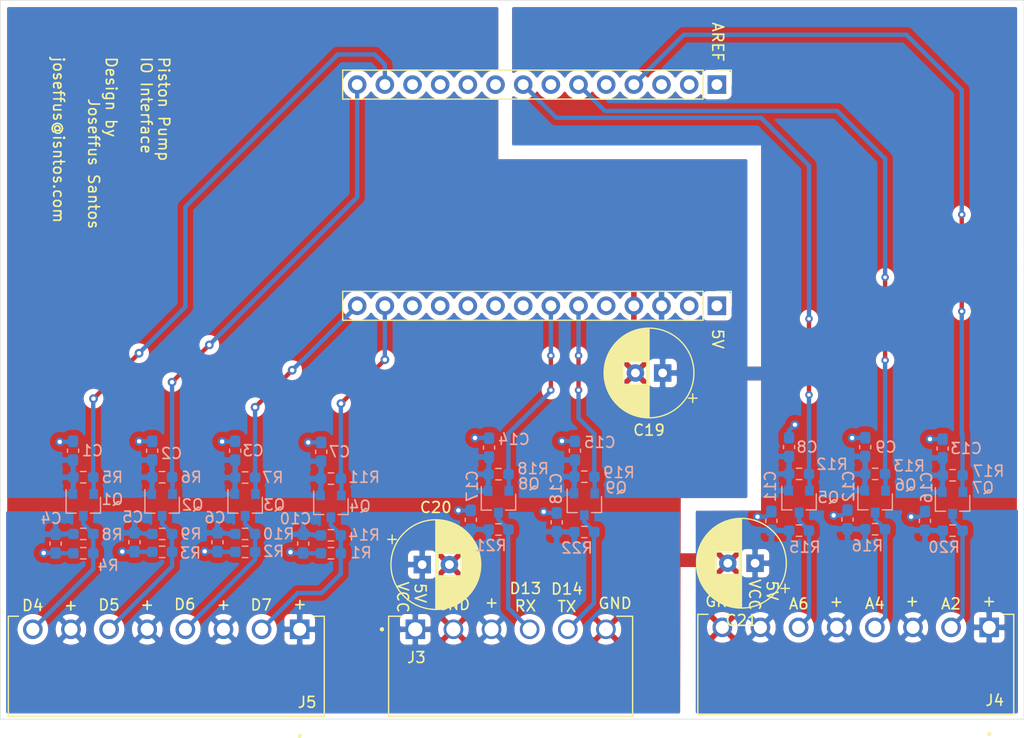
<source format=kicad_pcb>
(kicad_pcb (version 20171130) (host pcbnew "(5.1.8)-1")
  (layers (0 F.Cu signal) (31 B.Cu signal) (34 B.Paste user) (35 F.Paste user) (36 B.SilkS user) (37 F.SilkS user) (38 B.Mask user) (39 F.Mask user) (44 Edge.Cuts user))
  (net 0 "")
  (net 1 GND)
  (net 2 +5VD)
  (net 3 +5V)
  (net 4 "Net-(J1-Pad5)")
  (net 5 "Net-(J2-Pad2)")
  (net 6 +3V3)
  (net 7 LV2)
  (net 8 LV1)
  (net 9 "Net-(J1-Pad12)")
  (net 10 "Net-(J1-Pad11)")
  (net 11 "Net-(J1-Pad10)")
  (net 12 "Net-(J1-Pad9)")
  (net 13 "Net-(J1-Pad7)")
  (net 14 "Net-(J1-Pad3)")
  (net 15 "Net-(J1-Pad2)")
  (net 16 "Net-(J1-Pad1)")
  (net 17 "Net-(J2-Pad1)")
  (net 18 "Net-(J2-Pad5)")
  (net 19 "Net-(J2-Pad11)")
  (net 20 "Net-(J2-Pad12)")
  (net 21 LV4)
  (net 22 LV3)
  (net 23 HV4)
  (net 24 HV3)
  (net 25 HV2)
  (net 26 HV1)
  (net 27 HV5)
  (net 28 LV5)
  (net 29 HV6)
  (net 30 LV6)
  (net 31 HV7)
  (net 32 LV7)
  (net 33 HV8)
  (net 34 LV8)
  (net 35 HV9)
  (net 36 LV9)
  (module Connector_PinHeader_2.54mm:PinHeader_1x14_P2.54mm_Vertical (layer F.Cu) (at 166.751 103.632 270)
    (fp_text reference J2 hide)
    (fp_text value Conn_01x14_Male)
    (pad 1 thru_hole rect (at 0 0 270) (size 1.7 1.7) (drill 1) (layers *.Cu *.Mask) (net 17 "Net-(J2-Pad1)"))
    (pad 2 thru_hole oval (at 0 2.54 270) (size 1.7 1.7) (drill 1) (layers *.Cu *.Mask) (net 5 "Net-(J2-Pad2)"))
    (pad 3 thru_hole oval (at 0 5.08 270) (size 1.7 1.7) (drill 1) (layers *.Cu *.Mask) (net 6 +3V3))
    (pad 4 thru_hole oval (at 0 7.62 270) (size 1.7 1.7) (drill 1) (layers *.Cu *.Mask) (net 1 GND))
    (pad 5 thru_hole oval (at 0 10.16 270) (size 1.7 1.7) (drill 1) (layers *.Cu *.Mask) (net 18 "Net-(J2-Pad5)"))
    (pad 6 thru_hole oval (at 0 12.7 270) (size 1.7 1.7) (drill 1) (layers *.Cu *.Mask) (net 36 LV9))
    (pad 7 thru_hole oval (at 0 15.24 270) (size 1.7 1.7) (drill 1) (layers *.Cu *.Mask) (net 34 LV8))
    (pad 11 thru_hole oval (at 0 25.4 270) (size 1.7 1.7) (drill 1) (layers *.Cu *.Mask) (net 19 "Net-(J2-Pad11)"))
    (pad 12 thru_hole oval (at 0 27.94 270) (size 1.7 1.7) (drill 1) (layers *.Cu *.Mask) (net 20 "Net-(J2-Pad12)"))
    (pad 13 thru_hole oval (at 0 30.48 270) (size 1.7 1.7) (drill 1) (layers *.Cu *.Mask) (net 21 LV4))
    (pad 14 thru_hole oval (at 0 33.02 270) (size 1.7 1.7) (drill 1) (layers *.Cu *.Mask) (net 22 LV3))
    (pad 8 thru_hole oval (at 0 17.78 270) (size 1.7 1.7) (drill 1) (layers *.Cu *.Mask))
    (pad 10 thru_hole oval (at 0 20.32 270) (size 1.7 1.7) (drill 1) (layers *.Cu *.Mask))
    (pad 9 thru_hole oval (at 0 22.86 270) (size 1.7 1.7) (drill 1) (layers *.Cu *.Mask))
  )
  (module Capacitor_THT:CP_Radial_D8.0mm_P2.50mm (layer F.Cu) (at 170.2562 127.2794 180)
    (fp_text reference C21 (at 1.25 -5.25) (layer F.SilkS))
    (fp_text value 220uF)
    (pad 2 thru_hole circle (at 2.5 0 180) (size 1.6 1.6) (drill 0.8) (layers *.Cu *.Mask) (net 1 GND))
    (pad 1 thru_hole rect (at 0 0 180) (size 1.6 1.6) (drill 0.8) (layers *.Cu *.Mask) (net 3 +5V))
  )
  (module Capacitor_THT:CP_Radial_D8.0mm_P2.50mm (layer F.Cu) (at 139.7 127.4064)
    (fp_text reference C20 (at 1.25 -5.25) (layer F.SilkS))
    (fp_text value 220uF)
    (pad 2 thru_hole circle (at 2.5 0) (size 1.6 1.6) (drill 0.8) (layers *.Cu *.Mask) (net 1 GND))
    (pad 1 thru_hole rect (at 0 0) (size 1.6 1.6) (drill 0.8) (layers *.Cu *.Mask) (net 2 +5VD))
  )
  (module Capacitor_THT:CP_Radial_D8.0mm_P2.50mm (layer F.Cu) (at 161.7726 109.8042 180)
    (fp_text reference C19 (at 1.25 -5.25) (layer F.SilkS))
    (fp_text value 220uF)
    (pad 2 thru_hole circle (at 2.5 0 180) (size 1.6 1.6) (drill 0.8) (layers *.Cu *.Mask) (net 1 GND))
    (pad 1 thru_hole rect (at 0 0 180) (size 1.6 1.6) (drill 0.8) (layers *.Cu *.Mask) (net 6 +3V3))
  )
  (module Capacitor_SMD:C_0603_1608Metric_Pad1.08x0.95mm_HandSolder (layer B.Cu) (at 152.0444 123.5202 90)
    (fp_text reference C18 (at 3.0988 -0.0508 270) (layer B.SilkS) (effects (justify mirror)))
    (fp_text value 0.1uF)
    (pad 2 smd roundrect (at 0.8625 0 90) (size 1.075 0.95) (layers B.Cu B.Paste B.Mask) (net 1 GND))
    (pad 1 smd roundrect (at -0.8625 0 90) (size 1.075 0.95) (layers B.Cu B.Paste B.Mask) (net 2 +5VD))
  )
  (module Capacitor_SMD:C_0603_1608Metric_Pad1.08x0.95mm_HandSolder (layer B.Cu) (at 144.161 123.2916 90)
    (fp_text reference C17 (at 3.0988 0.127 270) (layer B.SilkS) (effects (justify mirror)))
    (fp_text value 0.1uF)
    (pad 2 smd roundrect (at 0.8625 0 90) (size 1.075 0.95) (layers B.Cu B.Paste B.Mask) (net 1 GND))
    (pad 1 smd roundrect (at -0.8625 0 90) (size 1.075 0.95) (layers B.Cu B.Paste B.Mask) (net 2 +5VD))
  )
  (module Capacitor_SMD:C_0603_1608Metric_Pad1.08x0.95mm_HandSolder (layer B.Cu) (at 185.8518 123.3932 90)
    (fp_text reference C16 (at 3.0734 0.1524 270) (layer B.SilkS) (effects (justify mirror)))
    (fp_text value 0.1uF)
    (pad 2 smd roundrect (at 0.8625 0 90) (size 1.075 0.95) (layers B.Cu B.Paste B.Mask) (net 1 GND))
    (pad 1 smd roundrect (at -0.8625 0 90) (size 1.075 0.95) (layers B.Cu B.Paste B.Mask) (net 3 +5V))
  )
  (module Capacitor_SMD:C_0603_1608Metric_Pad1.08x0.95mm_HandSolder (layer B.Cu) (at 153.7208 116.9416 90)
    (fp_text reference C15 (at 0.762 2.286 180) (layer B.SilkS) (effects (justify mirror)))
    (fp_text value 0.1uF)
    (pad 2 smd roundrect (at 0.8625 0 90) (size 1.075 0.95) (layers B.Cu B.Paste B.Mask) (net 1 GND))
    (pad 1 smd roundrect (at -0.8625 0 90) (size 1.075 0.95) (layers B.Cu B.Paste B.Mask) (net 6 +3V3))
  )
  (module Capacitor_SMD:C_0603_1608Metric_Pad1.08x0.95mm_HandSolder (layer B.Cu) (at 145.8374 116.6622 90)
    (fp_text reference C14 (at 0.762 2.286 180) (layer B.SilkS) (effects (justify mirror)))
    (fp_text value 0.1uF)
    (pad 2 smd roundrect (at 0.8625 0 90) (size 1.075 0.95) (layers B.Cu B.Paste B.Mask) (net 1 GND))
    (pad 1 smd roundrect (at -0.8625 0 90) (size 1.075 0.95) (layers B.Cu B.Paste B.Mask) (net 6 +3V3))
  )
  (module Capacitor_SMD:C_0603_1608Metric_Pad1.08x0.95mm_HandSolder (layer B.Cu) (at 187.4774 116.7384 90)
    (fp_text reference C13 (at 0 2.159 180) (layer B.SilkS) (effects (justify mirror)))
    (fp_text value 0.1uF)
    (pad 2 smd roundrect (at 0.8625 0 90) (size 1.075 0.95) (layers B.Cu B.Paste B.Mask) (net 1 GND))
    (pad 1 smd roundrect (at -0.8625 0 90) (size 1.075 0.95) (layers B.Cu B.Paste B.Mask) (net 6 +3V3))
  )
  (module Capacitor_SMD:C_0603_1608Metric_Pad1.08x0.95mm_HandSolder (layer B.Cu) (at 178.7398 123.2662 90)
    (fp_text reference C12 (at 3.048 0.1016 270) (layer B.SilkS) (effects (justify mirror)))
    (fp_text value 0.1uF)
    (pad 2 smd roundrect (at 0.8625 0 90) (size 1.075 0.95) (layers B.Cu B.Paste B.Mask) (net 1 GND))
    (pad 1 smd roundrect (at -0.8625 0 90) (size 1.075 0.95) (layers B.Cu B.Paste B.Mask) (net 3 +5V))
  )
  (module Capacitor_SMD:C_0603_1608Metric_Pad1.08x0.95mm_HandSolder (layer B.Cu) (at 171.7548 123.3932 90)
    (fp_text reference C11 (at 3.175 -0.1016 90) (layer B.SilkS) (effects (justify mirror)))
    (fp_text value 0.1uF)
    (pad 2 smd roundrect (at 0.8625 0 90) (size 1.075 0.95) (layers B.Cu B.Paste B.Mask) (net 1 GND))
    (pad 1 smd roundrect (at -0.8625 0 90) (size 1.075 0.95) (layers B.Cu B.Paste B.Mask) (net 3 +5V))
  )
  (module Capacitor_SMD:C_0603_1608Metric_Pad1.08x0.95mm_HandSolder (layer B.Cu) (at 128.778 125.476 270)
    (fp_text reference C10 (at -2.286 0.7112 180) (layer B.SilkS) (effects (justify mirror)))
    (fp_text value 0.1uF)
    (pad 2 smd roundrect (at 0.8625 0 270) (size 1.075 0.95) (layers B.Cu B.Paste B.Mask) (net 1 GND))
    (pad 1 smd roundrect (at -0.8625 0 270) (size 1.075 0.95) (layers B.Cu B.Paste B.Mask) (net 2 +5VD))
  )
  (module Capacitor_SMD:C_0603_1608Metric_Pad1.08x0.95mm_HandSolder (layer B.Cu) (at 180.3654 116.6114 90)
    (fp_text reference C9 (at 0 1.905 180) (layer B.SilkS) (effects (justify mirror)))
    (fp_text value 0.1uF)
    (pad 2 smd roundrect (at 0.8625 0 90) (size 1.075 0.95) (layers B.Cu B.Paste B.Mask) (net 1 GND))
    (pad 1 smd roundrect (at -0.8625 0 90) (size 1.075 0.95) (layers B.Cu B.Paste B.Mask) (net 6 +3V3))
  )
  (module Capacitor_SMD:C_0603_1608Metric_Pad1.08x0.95mm_HandSolder (layer B.Cu) (at 173.3804 116.6114 90)
    (fp_text reference C8 (at 0 1.651) (layer B.SilkS) (effects (justify mirror)))
    (fp_text value 0.1uF)
    (pad 2 smd roundrect (at 0.8625 0 90) (size 1.075 0.95) (layers B.Cu B.Paste B.Mask) (net 1 GND))
    (pad 1 smd roundrect (at -0.8625 0 90) (size 1.075 0.95) (layers B.Cu B.Paste B.Mask) (net 6 +3V3))
  )
  (module Capacitor_SMD:C_0603_1608Metric_Pad1.08x0.95mm_HandSolder (layer B.Cu) (at 130.429 117.0432 90)
    (fp_text reference C7 (at 0 1.683 180) (layer B.SilkS) (effects (justify mirror)))
    (fp_text value 0.1uF)
    (pad 2 smd roundrect (at 0.8625 0 90) (size 1.075 0.95) (layers B.Cu B.Paste B.Mask) (net 1 GND))
    (pad 1 smd roundrect (at -0.8625 0 90) (size 1.075 0.95) (layers B.Cu B.Paste B.Mask) (net 6 +3V3))
  )
  (module Capacitor_SMD:C_0603_1608Metric_Pad1.08x0.95mm_HandSolder (layer B.Cu) (at 120.904 125.349 270)
    (fp_text reference C6 (at -2.2606 0.2286) (layer B.SilkS) (effects (justify mirror)))
    (fp_text value 0.1uF)
    (pad 2 smd roundrect (at 0.8625 0 270) (size 1.075 0.95) (layers B.Cu B.Paste B.Mask) (net 1 GND))
    (pad 1 smd roundrect (at -0.8625 0 270) (size 1.075 0.95) (layers B.Cu B.Paste B.Mask) (net 2 +5VD))
  )
  (module Capacitor_SMD:C_0603_1608Metric_Pad1.08x0.95mm_HandSolder (layer B.Cu) (at 113.284 125.349 270)
    (fp_text reference C5 (at -2.3114 0.1524) (layer B.SilkS) (effects (justify mirror)))
    (fp_text value 0.1uF)
    (pad 2 smd roundrect (at 0.8625 0 270) (size 1.075 0.95) (layers B.Cu B.Paste B.Mask) (net 1 GND))
    (pad 1 smd roundrect (at -0.8625 0 270) (size 1.075 0.95) (layers B.Cu B.Paste B.Mask) (net 2 +5VD))
  )
  (module Capacitor_SMD:C_0603_1608Metric_Pad1.08x0.95mm_HandSolder (layer B.Cu) (at 106.045 125.476 270)
    (fp_text reference C4 (at -2.3114 0.4064) (layer B.SilkS) (effects (justify mirror)))
    (fp_text value 0.1uF)
    (pad 2 smd roundrect (at 0.8625 0 270) (size 1.075 0.95) (layers B.Cu B.Paste B.Mask) (net 1 GND))
    (pad 1 smd roundrect (at -0.8625 0 270) (size 1.075 0.95) (layers B.Cu B.Paste B.Mask) (net 2 +5VD))
  )
  (module Capacitor_SMD:C_0603_1608Metric_Pad1.08x0.95mm_HandSolder (layer B.Cu) (at 122.5296 116.9416 90)
    (fp_text reference C3 (at 0 1.651 180) (layer B.SilkS) (effects (justify mirror)))
    (fp_text value 0.1uF)
    (pad 2 smd roundrect (at 0.8625 0 90) (size 1.075 0.95) (layers B.Cu B.Paste B.Mask) (net 1 GND))
    (pad 1 smd roundrect (at -0.8625 0 90) (size 1.075 0.95) (layers B.Cu B.Paste B.Mask) (net 6 +3V3))
  )
  (module Capacitor_SMD:C_0603_1608Metric_Pad1.08x0.95mm_HandSolder (layer B.Cu) (at 114.9096 116.9416 90)
    (fp_text reference C2 (at -0.254 1.778) (layer B.SilkS) (effects (justify mirror)))
    (fp_text value 0.1uF)
    (pad 2 smd roundrect (at 0.8625 0 90) (size 1.075 0.95) (layers B.Cu B.Paste B.Mask) (net 1 GND))
    (pad 1 smd roundrect (at -0.8625 0 90) (size 1.075 0.95) (layers B.Cu B.Paste B.Mask) (net 6 +3V3))
  )
  (module Capacitor_SMD:C_0603_1608Metric_Pad1.08x0.95mm_HandSolder (layer B.Cu) (at 107.6452 116.9416 90)
    (fp_text reference C1 (at 0 1.778 180) (layer B.SilkS) (effects (justify mirror)))
    (fp_text value 0.1uF)
    (pad 2 smd roundrect (at 0.8625 0 90) (size 1.075 0.95) (layers B.Cu B.Paste B.Mask) (net 1 GND))
    (pad 1 smd roundrect (at -0.8625 0 90) (size 1.075 0.95) (layers B.Cu B.Paste B.Mask) (net 6 +3V3))
  )
  (module Resistor_SMD:R_0603_1608Metric_Pad0.98x0.95mm_HandSolder (layer B.Cu) (at 154.5844 124.4092)
    (fp_text reference R22 (at -0.6858 1.4732) (layer B.SilkS) (effects (justify mirror)))
    (fp_text value 10k)
    (pad 2 smd roundrect (at 0.9125 0) (size 0.975 0.95) (layers B.Cu B.Paste B.Mask) (net 35 HV9))
    (pad 1 smd roundrect (at -0.9125 0) (size 0.975 0.95) (layers B.Cu B.Paste B.Mask) (net 2 +5VD))
  )
  (module Resistor_SMD:R_0603_1608Metric_Pad0.98x0.95mm_HandSolder (layer B.Cu) (at 146.701 124.1806)
    (fp_text reference R21 (at -0.7112 1.4732) (layer B.SilkS) (effects (justify mirror)))
    (fp_text value 10k)
    (pad 2 smd roundrect (at 0.9125 0) (size 0.975 0.95) (layers B.Cu B.Paste B.Mask) (net 33 HV8))
    (pad 1 smd roundrect (at -0.9125 0) (size 0.975 0.95) (layers B.Cu B.Paste B.Mask) (net 2 +5VD))
  )
  (module Resistor_SMD:R_0603_1608Metric_Pad0.98x0.95mm_HandSolder (layer B.Cu) (at 188.3918 124.2822)
    (fp_text reference R20 (at -0.7874 1.524) (layer B.SilkS) (effects (justify mirror)))
    (fp_text value 10k)
    (pad 2 smd roundrect (at 0.9125 0) (size 0.975 0.95) (layers B.Cu B.Paste B.Mask) (net 31 HV7))
    (pad 1 smd roundrect (at -0.9125 0) (size 0.975 0.95) (layers B.Cu B.Paste B.Mask) (net 3 +5V))
  )
  (module Resistor_SMD:R_0603_1608Metric_Pad0.98x0.95mm_HandSolder (layer B.Cu) (at 154.5844 119.3292)
    (fp_text reference R19 (at 3.175 -0.381) (layer B.SilkS) (effects (justify mirror)))
    (fp_text value 10k)
    (pad 2 smd roundrect (at 0.9125 0) (size 0.975 0.95) (layers B.Cu B.Paste B.Mask) (net 36 LV9))
    (pad 1 smd roundrect (at -0.9125 0) (size 0.975 0.95) (layers B.Cu B.Paste B.Mask) (net 6 +3V3))
  )
  (module Resistor_SMD:R_0603_1608Metric_Pad0.98x0.95mm_HandSolder (layer B.Cu) (at 146.701 119.1006)
    (fp_text reference R18 (at 3.175 -0.508) (layer B.SilkS) (effects (justify mirror)))
    (fp_text value 10k)
    (pad 2 smd roundrect (at 0.9125 0) (size 0.975 0.95) (layers B.Cu B.Paste B.Mask) (net 34 LV8))
    (pad 1 smd roundrect (at -0.9125 0) (size 0.975 0.95) (layers B.Cu B.Paste B.Mask) (net 6 +3V3))
  )
  (module Resistor_SMD:R_0603_1608Metric_Pad0.98x0.95mm_HandSolder (layer B.Cu) (at 188.3918 119.2022)
    (fp_text reference R17 (at 3.302 -0.381) (layer B.SilkS) (effects (justify mirror)))
    (fp_text value 10k)
    (pad 2 smd roundrect (at 0.9125 0) (size 0.975 0.95) (layers B.Cu B.Paste B.Mask) (net 32 LV7))
    (pad 1 smd roundrect (at -0.9125 0) (size 0.975 0.95) (layers B.Cu B.Paste B.Mask) (net 6 +3V3))
  )
  (module Resistor_SMD:R_0603_1608Metric_Pad0.98x0.95mm_HandSolder (layer B.Cu) (at 181.2798 124.1552)
    (fp_text reference R16 (at -0.7112 1.524) (layer B.SilkS) (effects (justify mirror)))
    (fp_text value 10k)
    (pad 2 smd roundrect (at 0.9125 0) (size 0.975 0.95) (layers B.Cu B.Paste B.Mask) (net 29 HV6))
    (pad 1 smd roundrect (at -0.9125 0) (size 0.975 0.95) (layers B.Cu B.Paste B.Mask) (net 3 +5V))
  )
  (module Resistor_SMD:R_0603_1608Metric_Pad0.98x0.95mm_HandSolder (layer B.Cu) (at 174.2948 124.2822)
    (fp_text reference R15 (at 0.5334 1.524) (layer B.SilkS) (effects (justify mirror)))
    (fp_text value 10k)
    (pad 2 smd roundrect (at 0.9125 0) (size 0.975 0.95) (layers B.Cu B.Paste B.Mask) (net 27 HV5))
    (pad 1 smd roundrect (at -0.9125 0) (size 0.975 0.95) (layers B.Cu B.Paste B.Mask) (net 3 +5V))
  )
  (module Resistor_SMD:R_0603_1608Metric_Pad0.98x0.95mm_HandSolder (layer B.Cu) (at 131.318 124.714)
    (fp_text reference R14 (at 3.048 -0.0254) (layer B.SilkS) (effects (justify mirror)))
    (fp_text value 10k)
    (pad 2 smd roundrect (at 0.9125 0) (size 0.975 0.95) (layers B.Cu B.Paste B.Mask) (net 23 HV4))
    (pad 1 smd roundrect (at -0.9125 0) (size 0.975 0.95) (layers B.Cu B.Paste B.Mask) (net 2 +5VD))
  )
  (module Resistor_SMD:R_0603_1608Metric_Pad0.98x0.95mm_HandSolder (layer B.Cu) (at 181.2798 119.0752)
    (fp_text reference R13 (at 3.1242 -0.7366) (layer B.SilkS) (effects (justify mirror)))
    (fp_text value 10k)
    (pad 2 smd roundrect (at 0.9125 0) (size 0.975 0.95) (layers B.Cu B.Paste B.Mask) (net 30 LV6))
    (pad 1 smd roundrect (at -0.9125 0) (size 0.975 0.95) (layers B.Cu B.Paste B.Mask) (net 6 +3V3))
  )
  (module Resistor_SMD:R_0603_1608Metric_Pad0.98x0.95mm_HandSolder (layer B.Cu) (at 174.2948 119.0752)
    (fp_text reference R12 (at 3.0226 -0.889) (layer B.SilkS) (effects (justify mirror)))
    (fp_text value 10k)
    (pad 2 smd roundrect (at 0.9125 0) (size 0.975 0.95) (layers B.Cu B.Paste B.Mask) (net 28 LV5))
    (pad 1 smd roundrect (at -0.9125 0) (size 0.975 0.95) (layers B.Cu B.Paste B.Mask) (net 6 +3V3))
  )
  (module Resistor_SMD:R_0603_1608Metric_Pad0.98x0.95mm_HandSolder (layer B.Cu) (at 131.318 119.507)
    (fp_text reference R11 (at 3.048 -0.127) (layer B.SilkS) (effects (justify mirror)))
    (fp_text value 10k)
    (pad 2 smd roundrect (at 0.9125 0) (size 0.975 0.95) (layers B.Cu B.Paste B.Mask) (net 21 LV4))
    (pad 1 smd roundrect (at -0.9125 0) (size 0.975 0.95) (layers B.Cu B.Paste B.Mask) (net 6 +3V3))
  )
  (module Resistor_SMD:R_0603_1608Metric_Pad0.98x0.95mm_HandSolder (layer B.Cu) (at 123.444 124.587)
    (fp_text reference R10 (at 3.0734 0) (layer B.SilkS) (effects (justify mirror)))
    (fp_text value 10k)
    (pad 2 smd roundrect (at 0.9125 0) (size 0.975 0.95) (layers B.Cu B.Paste B.Mask) (net 24 HV3))
    (pad 1 smd roundrect (at -0.9125 0) (size 0.975 0.95) (layers B.Cu B.Paste B.Mask) (net 2 +5VD))
  )
  (module Resistor_SMD:R_0603_1608Metric_Pad0.98x0.95mm_HandSolder (layer B.Cu) (at 115.824 124.587)
    (fp_text reference R9 (at 2.6416 0) (layer B.SilkS) (effects (justify mirror)))
    (fp_text value 10k)
    (pad 2 smd roundrect (at 0.9125 0) (size 0.975 0.95) (layers B.Cu B.Paste B.Mask) (net 25 HV2))
    (pad 1 smd roundrect (at -0.9125 0) (size 0.975 0.95) (layers B.Cu B.Paste B.Mask) (net 2 +5VD))
  )
  (module Resistor_SMD:R_0603_1608Metric_Pad0.98x0.95mm_HandSolder (layer B.Cu) (at 108.585 124.587)
    (fp_text reference R8 (at 2.6416 0.0508) (layer B.SilkS) (effects (justify mirror)))
    (fp_text value 10k)
    (pad 2 smd roundrect (at 0.9125 0) (size 0.975 0.95) (layers B.Cu B.Paste B.Mask) (net 26 HV1))
    (pad 1 smd roundrect (at -0.9125 0) (size 0.975 0.95) (layers B.Cu B.Paste B.Mask) (net 2 +5VD))
  )
  (module Resistor_SMD:R_0603_1608Metric_Pad0.98x0.95mm_HandSolder (layer B.Cu) (at 123.444 119.4054)
    (fp_text reference R7 (at 2.54 0) (layer B.SilkS) (effects (justify mirror)))
    (fp_text value 10k)
    (pad 2 smd roundrect (at 0.9125 0) (size 0.975 0.95) (layers B.Cu B.Paste B.Mask) (net 22 LV3))
    (pad 1 smd roundrect (at -0.9125 0) (size 0.975 0.95) (layers B.Cu B.Paste B.Mask) (net 6 +3V3))
  )
  (module Resistor_SMD:R_0603_1608Metric_Pad0.98x0.95mm_HandSolder (layer B.Cu) (at 115.824 119.38)
    (fp_text reference R6 (at 2.667 0) (layer B.SilkS) (effects (justify mirror)))
    (fp_text value 10k)
    (pad 2 smd roundrect (at 0.9125 0) (size 0.975 0.95) (layers B.Cu B.Paste B.Mask) (net 7 LV2))
    (pad 1 smd roundrect (at -0.9125 0) (size 0.975 0.95) (layers B.Cu B.Paste B.Mask) (net 6 +3V3))
  )
  (module Resistor_SMD:R_0603_1608Metric_Pad0.98x0.95mm_HandSolder (layer B.Cu) (at 108.585 119.38)
    (fp_text reference R5 (at 2.667 0) (layer B.SilkS) (effects (justify mirror)))
    (fp_text value 10k)
    (pad 2 smd roundrect (at 0.9125 0) (size 0.975 0.95) (layers B.Cu B.Paste B.Mask) (net 8 LV1))
    (pad 1 smd roundrect (at -0.9125 0) (size 0.975 0.95) (layers B.Cu B.Paste B.Mask) (net 6 +3V3))
  )
  (module Resistor_SMD:R_0603_1608Metric_Pad0.98x0.95mm_HandSolder (layer B.Cu) (at 108.585 126.365)
    (fp_text reference R4 (at 2.286 1.1176) (layer B.SilkS) (effects (justify mirror)))
    (fp_text value 10k)
    (pad 2 smd roundrect (at 0.9125 0) (size 0.975 0.95) (layers B.Cu B.Paste B.Mask) (net 26 HV1))
    (pad 1 smd roundrect (at -0.9125 0) (size 0.975 0.95) (layers B.Cu B.Paste B.Mask) (net 1 GND))
  )
  (module Resistor_SMD:R_0603_1608Metric_Pad0.98x0.95mm_HandSolder (layer B.Cu) (at 115.824 126.238)
    (fp_text reference R3 (at 2.5908 0.1016) (layer B.SilkS) (effects (justify mirror)))
    (fp_text value 10k)
    (pad 2 smd roundrect (at 0.9125 0) (size 0.975 0.95) (layers B.Cu B.Paste B.Mask) (net 25 HV2))
    (pad 1 smd roundrect (at -0.9125 0) (size 0.975 0.95) (layers B.Cu B.Paste B.Mask) (net 1 GND))
  )
  (module Resistor_SMD:R_0603_1608Metric_Pad0.98x0.95mm_HandSolder (layer B.Cu) (at 123.444 126.238)
    (fp_text reference R2 (at 2.6162 -0.0508) (layer B.SilkS) (effects (justify mirror)))
    (fp_text value 10k)
    (pad 2 smd roundrect (at 0.9125 0) (size 0.975 0.95) (layers B.Cu B.Paste B.Mask) (net 24 HV3))
    (pad 1 smd roundrect (at -0.9125 0) (size 0.975 0.95) (layers B.Cu B.Paste B.Mask) (net 1 GND))
  )
  (module Resistor_SMD:R_0603_1608Metric_Pad0.98x0.95mm_HandSolder (layer B.Cu) (at 131.318 126.365)
    (fp_text reference R1 (at 2.7686 -0.0508) (layer B.SilkS) (effects (justify mirror)))
    (fp_text value 10k)
    (pad 2 smd roundrect (at 0.9125 0) (size 0.975 0.95) (layers B.Cu B.Paste B.Mask) (net 23 HV4))
    (pad 1 smd roundrect (at -0.9125 0) (size 0.975 0.95) (layers B.Cu B.Paste B.Mask) (net 1 GND))
  )
  (module Package_TO_SOT_SMD:SOT-23 (layer B.Cu) (at 154.5844 121.8692 270)
    (fp_text reference Q9 (at -1.524 -2.921 180) (layer B.SilkS) (effects (justify mirror)))
    (fp_text value BSS138)
    (pad 3 smd rect (at 1 0 270) (size 0.9 0.8) (layers B.Cu B.Paste B.Mask) (net 35 HV9))
    (pad 2 smd rect (at -1 -0.95 270) (size 0.9 0.8) (layers B.Cu B.Paste B.Mask) (net 36 LV9))
    (pad 1 smd rect (at -1 0.95 270) (size 0.9 0.8) (layers B.Cu B.Paste B.Mask) (net 6 +3V3))
  )
  (module Package_TO_SOT_SMD:SOT-23 (layer B.Cu) (at 146.701 121.6406 270)
    (fp_text reference Q8 (at -1.651 -2.794 180) (layer B.SilkS) (effects (justify mirror)))
    (fp_text value BSS138)
    (pad 3 smd rect (at 1 0 270) (size 0.9 0.8) (layers B.Cu B.Paste B.Mask) (net 33 HV8))
    (pad 2 smd rect (at -1 -0.95 270) (size 0.9 0.8) (layers B.Cu B.Paste B.Mask) (net 34 LV8))
    (pad 1 smd rect (at -1 0.95 270) (size 0.9 0.8) (layers B.Cu B.Paste B.Mask) (net 6 +3V3))
  )
  (module Package_TO_SOT_SMD:SOT-23 (layer B.Cu) (at 188.3918 121.7422 270)
    (fp_text reference Q7 (at -1.397 -2.794 180) (layer B.SilkS) (effects (justify mirror)))
    (fp_text value BSS138)
    (pad 3 smd rect (at 1 0 270) (size 0.9 0.8) (layers B.Cu B.Paste B.Mask) (net 31 HV7))
    (pad 2 smd rect (at -1 -0.95 270) (size 0.9 0.8) (layers B.Cu B.Paste B.Mask) (net 32 LV7))
    (pad 1 smd rect (at -1 0.95 270) (size 0.9 0.8) (layers B.Cu B.Paste B.Mask) (net 6 +3V3))
  )
  (module Package_TO_SOT_SMD:SOT-23 (layer B.Cu) (at 181.2798 121.6152 270)
    (fp_text reference Q6 (at -1.524 -2.794 180) (layer B.SilkS) (effects (justify mirror)))
    (fp_text value BSS138)
    (pad 3 smd rect (at 1 0 270) (size 0.9 0.8) (layers B.Cu B.Paste B.Mask) (net 29 HV6))
    (pad 2 smd rect (at -1 -0.95 270) (size 0.9 0.8) (layers B.Cu B.Paste B.Mask) (net 30 LV6))
    (pad 1 smd rect (at -1 0.95 270) (size 0.9 0.8) (layers B.Cu B.Paste B.Mask) (net 6 +3V3))
  )
  (module Package_TO_SOT_SMD:SOT-23 (layer B.Cu) (at 174.2948 121.6152 270)
    (fp_text reference Q5 (at -0.381 -2.6924 180) (layer B.SilkS) (effects (justify mirror)))
    (fp_text value BSS138)
    (pad 3 smd rect (at 1 0 270) (size 0.9 0.8) (layers B.Cu B.Paste B.Mask) (net 27 HV5))
    (pad 2 smd rect (at -1 -0.95 270) (size 0.9 0.8) (layers B.Cu B.Paste B.Mask) (net 28 LV5))
    (pad 1 smd rect (at -1 0.95 270) (size 0.9 0.8) (layers B.Cu B.Paste B.Mask) (net 6 +3V3))
  )
  (module Package_TO_SOT_SMD:SOT-23 (layer B.Cu) (at 131.318 122.047 270)
    (fp_text reference Q4 (at 0 -2.667) (layer B.SilkS) (effects (justify mirror)))
    (fp_text value BSS138)
    (pad 3 smd rect (at 1 0 270) (size 0.9 0.8) (layers B.Cu B.Paste B.Mask) (net 23 HV4))
    (pad 2 smd rect (at -1 -0.95 270) (size 0.9 0.8) (layers B.Cu B.Paste B.Mask) (net 21 LV4))
    (pad 1 smd rect (at -1 0.95 270) (size 0.9 0.8) (layers B.Cu B.Paste B.Mask) (net 6 +3V3))
  )
  (module Package_TO_SOT_SMD:SOT-23 (layer B.Cu) (at 123.444 121.92 270)
    (fp_text reference Q3 (at 0 -2.667) (layer B.SilkS) (effects (justify mirror)))
    (fp_text value BSS138)
    (pad 3 smd rect (at 1 0 270) (size 0.9 0.8) (layers B.Cu B.Paste B.Mask) (net 24 HV3))
    (pad 2 smd rect (at -1 -0.95 270) (size 0.9 0.8) (layers B.Cu B.Paste B.Mask) (net 22 LV3))
    (pad 1 smd rect (at -1 0.95 270) (size 0.9 0.8) (layers B.Cu B.Paste B.Mask) (net 6 +3V3))
  )
  (module Package_TO_SOT_SMD:SOT-23 (layer B.Cu) (at 115.824 121.92 270)
    (fp_text reference Q2 (at 0 -2.794) (layer B.SilkS) (effects (justify mirror)))
    (fp_text value BSS138)
    (pad 3 smd rect (at 1 0 270) (size 0.9 0.8) (layers B.Cu B.Paste B.Mask) (net 25 HV2))
    (pad 2 smd rect (at -1 -0.95 270) (size 0.9 0.8) (layers B.Cu B.Paste B.Mask) (net 7 LV2))
    (pad 1 smd rect (at -1 0.95 270) (size 0.9 0.8) (layers B.Cu B.Paste B.Mask) (net 6 +3V3))
  )
  (module Package_TO_SOT_SMD:SOT-23 (layer B.Cu) (at 108.585 121.92 270)
    (fp_text reference Q1 (at -0.508 -2.667 180) (layer B.SilkS) (effects (justify mirror)))
    (fp_text value BSS138)
    (pad 3 smd rect (at 1 0 270) (size 0.9 0.8) (layers B.Cu B.Paste B.Mask) (net 26 HV1))
    (pad 2 smd rect (at -1 -0.95 270) (size 0.9 0.8) (layers B.Cu B.Paste B.Mask) (net 8 LV1))
    (pad 1 smd rect (at -1 0.95 270) (size 0.9 0.8) (layers B.Cu B.Paste B.Mask) (net 6 +3V3))
  )
  (module piston_pump:MOLEX_0395021006 (layer F.Cu) (at 139.065 133.35)
    (fp_text reference J3 (at 0.1016 2.5908) (layer F.SilkS))
    (fp_text value Conn_01x06)
    (pad 1 thru_hole rect (at 0 0) (size 1.8 1.8) (drill 1.3) (layers *.Cu) (net 2 +5VD))
    (pad 2 thru_hole circle (at 3.5 0) (size 1.8 1.8) (drill 1.3) (layers *.Cu) (net 1 GND))
    (pad 3 thru_hole circle (at 7 0) (size 1.8 1.8) (drill 1.3) (layers *.Cu) (net 2 +5VD))
    (pad 4 thru_hole circle (at 10.5 0) (size 1.8 1.8) (drill 1.3) (layers *.Cu) (net 35 HV9))
    (pad 5 thru_hole circle (at 14 0) (size 1.8 1.8) (drill 1.3) (layers *.Cu) (net 33 HV8))
    (pad 6 thru_hole circle (at 17.5 0) (size 1.8 1.8) (drill 1.3) (layers *.Cu) (net 1 GND))
  )
  (module piston_pump:TE_284512-8 (layer F.Cu) (at 179.5018 133.1722 180)
    (fp_text reference J4 (at -12.7508 -6.7056) (layer F.SilkS))
    (fp_text value Conn_01x08)
    (pad 8 thru_hole circle (at 12.25 0 180) (size 1.8 1.8) (drill 1.2) (layers *.Cu *.Mask) (net 1 GND))
    (pad 7 thru_hole circle (at 8.75 0 180) (size 1.8 1.8) (drill 1.2) (layers *.Cu *.Mask) (net 3 +5V))
    (pad 6 thru_hole circle (at 5.25 0 180) (size 1.8 1.8) (drill 1.2) (layers *.Cu *.Mask) (net 27 HV5))
    (pad 5 thru_hole circle (at 1.75 0 180) (size 1.8 1.8) (drill 1.2) (layers *.Cu *.Mask) (net 3 +5V))
    (pad 4 thru_hole circle (at -1.75 0 180) (size 1.8 1.8) (drill 1.2) (layers *.Cu *.Mask) (net 29 HV6))
    (pad 3 thru_hole circle (at -5.25 0 180) (size 1.8 1.8) (drill 1.2) (layers *.Cu *.Mask) (net 3 +5V))
    (pad 2 thru_hole circle (at -8.75 0 180) (size 1.8 1.8) (drill 1.2) (layers *.Cu *.Mask) (net 31 HV7))
    (pad 1 thru_hole rect (at -12.25 0 180) (size 1.8 1.8) (drill 1.2) (layers *.Cu *.Mask) (net 3 +5V))
  )
  (module piston_pump:TE_284512-8 (layer F.Cu) (at 116.205 133.35 180)
    (fp_text reference J5 (at -12.9286 -6.7056) (layer F.SilkS))
    (fp_text value Conn_01x08)
    (pad 1 thru_hole rect (at -12.25 0 180) (size 1.8 1.8) (drill 1.2) (layers *.Cu *.Mask) (net 2 +5VD))
    (pad 2 thru_hole circle (at -8.75 0 180) (size 1.8 1.8) (drill 1.2) (layers *.Cu *.Mask) (net 23 HV4))
    (pad 3 thru_hole circle (at -5.25 0 180) (size 1.8 1.8) (drill 1.2) (layers *.Cu *.Mask) (net 2 +5VD))
    (pad 4 thru_hole circle (at -1.75 0 180) (size 1.8 1.8) (drill 1.2) (layers *.Cu *.Mask) (net 24 HV3))
    (pad 5 thru_hole circle (at 1.75 0 180) (size 1.8 1.8) (drill 1.2) (layers *.Cu *.Mask) (net 2 +5VD))
    (pad 6 thru_hole circle (at 5.25 0 180) (size 1.8 1.8) (drill 1.2) (layers *.Cu *.Mask) (net 25 HV2))
    (pad 7 thru_hole circle (at 8.75 0 180) (size 1.8 1.8) (drill 1.2) (layers *.Cu *.Mask) (net 2 +5VD))
    (pad 8 thru_hole circle (at 12.25 0 180) (size 1.8 1.8) (drill 1.2) (layers *.Cu *.Mask) (net 26 HV1))
  )
  (module Connector_PinHeader_2.54mm:PinHeader_1x14_P2.54mm_Vertical (layer F.Cu) (at 166.751 83.312 270)
    (fp_text reference J1 hide)
    (fp_text value Conn_01x14_Male)
    (pad 14 thru_hole oval (at 0 33.02 270) (size 1.7 1.7) (drill 1) (layers *.Cu *.Mask) (net 7 LV2))
    (pad 13 thru_hole oval (at 0 30.48 270) (size 1.7 1.7) (drill 1) (layers *.Cu *.Mask) (net 8 LV1))
    (pad 12 thru_hole oval (at 0 27.94 270) (size 1.7 1.7) (drill 1) (layers *.Cu *.Mask) (net 9 "Net-(J1-Pad12)"))
    (pad 11 thru_hole oval (at 0 25.4 270) (size 1.7 1.7) (drill 1) (layers *.Cu *.Mask) (net 10 "Net-(J1-Pad11)"))
    (pad 10 thru_hole oval (at 0 22.86 270) (size 1.7 1.7) (drill 1) (layers *.Cu *.Mask) (net 11 "Net-(J1-Pad10)"))
    (pad 9 thru_hole oval (at 0 20.32 270) (size 1.7 1.7) (drill 1) (layers *.Cu *.Mask) (net 12 "Net-(J1-Pad9)"))
    (pad 8 thru_hole oval (at 0 17.78 270) (size 1.7 1.7) (drill 1) (layers *.Cu *.Mask) (net 28 LV5))
    (pad 7 thru_hole oval (at 0 15.24 270) (size 1.7 1.7) (drill 1) (layers *.Cu *.Mask) (net 13 "Net-(J1-Pad7)"))
    (pad 6 thru_hole oval (at 0 12.7 270) (size 1.7 1.7) (drill 1) (layers *.Cu *.Mask) (net 30 LV6))
    (pad 5 thru_hole oval (at 0 10.16 270) (size 1.7 1.7) (drill 1) (layers *.Cu *.Mask) (net 4 "Net-(J1-Pad5)"))
    (pad 4 thru_hole oval (at 0 7.62 270) (size 1.7 1.7) (drill 1) (layers *.Cu *.Mask) (net 32 LV7))
    (pad 3 thru_hole oval (at 0 5.08 270) (size 1.7 1.7) (drill 1) (layers *.Cu *.Mask) (net 14 "Net-(J1-Pad3)"))
    (pad 2 thru_hole oval (at 0 2.54 270) (size 1.7 1.7) (drill 1) (layers *.Cu *.Mask) (net 15 "Net-(J1-Pad2)"))
    (pad 1 thru_hole rect (at 0 0 270) (size 1.7 1.7) (drill 1) (layers *.Cu *.Mask) (net 16 "Net-(J1-Pad1)"))
  )
  (gr_text A2 (at 188.2394 131.0132) (layer F.SilkS) (effects (font (size 1 1))))
  (gr_text A4 (at 181.2544 130.9878) (layer F.SilkS) (effects (font (size 1 1))))
  (gr_text A6 (at 174.2694 131.0132) (layer F.SilkS) (effects (font (size 1 1))))
  (gr_text 5V (at 166.8272 106.68 270) (layer F.SilkS) (effects (font (size 1 1))))
  (gr_text AREF (at 166.8272 79.4004 270) (layer F.SilkS) (effects (font (size 1 1))))
  (gr_text GND (at 157.4038 130.9624) (layer F.SilkS) (effects (font (size 1 1))))
  (gr_text "D14\nTX" (at 152.9842 130.4544) (layer F.SilkS) (effects (font (size 1 1))))
  (gr_text "D13\nRX" (at 149.1742 130.4036) (layer F.SilkS) (effects (font (size 1 1))))
  (gr_text "5V \nVCC" (at 138.7094 130.4036 270) (layer F.SilkS) (effects (font (size 1 1))))
  (gr_text GND (at 142.5702 131.064) (layer F.SilkS) (effects (font (size 1 1))))
  (gr_text GND (at 167.2082 130.7846) (layer F.SilkS) (effects (font (size 1 1))))
  (gr_text "5V \nVCC" (at 171.0182 130.175 270) (layer F.SilkS) (effects (font (size 1 1))))
  (gr_text D4 (at 103.9368 131.1656) (layer F.SilkS) (effects (font (size 1 1))))
  (gr_text D5 (at 110.9472 131.1148) (layer F.SilkS) (effects (font (size 1 1))))
  (gr_text D6 (at 117.9068 131.064) (layer F.SilkS) (effects (font (size 1 1))))
  (gr_text D7 (at 124.9172 131.1148) (layer F.SilkS) (effects (font (size 1 1))))
  (gr_text + (at 146.0754 130.8608) (layer F.SilkS) (effects (font (size 1 1))))
  (gr_text + (at 191.7446 130.7338) (layer F.SilkS) (effects (font (size 1 1))))
  (gr_text + (at 184.6834 130.7338) (layer F.SilkS) (effects (font (size 1 1))))
  (gr_text + (at 177.7238 130.7846) (layer F.SilkS) (effects (font (size 1 1))))
  (gr_text + (at 128.4732 131.0132) (layer F.SilkS) (effects (font (size 1 1))))
  (gr_text + (at 121.4628 131.064) (layer F.SilkS) (effects (font (size 1 1))))
  (gr_text + (at 114.4524 131.064) (layer F.SilkS) (effects (font (size 1 1))))
  (gr_text + (at 107.442 131.1148) (layer F.SilkS) (effects (font (size 1 1))))
  (gr_text "Piston Pump\nIO Interface\n\nDesign by\n     Joseffus Santos\n\njoseffus@isntos.com" (at 111.1504 80.6704 -90) (layer F.SilkS) (effects (font (size 1 1)) (justify left)))
  (gr_line (start 100.965 75.565) (end 100.965 141.605) (layer Edge.Cuts) (width 0.05))
  (gr_line (start 194.945 75.565) (end 100.965 75.565) (layer Edge.Cuts) (width 0.05))
  (gr_line (start 194.945 141.605) (end 194.945 75.565) (layer Edge.Cuts) (width 0.05))
  (gr_line (start 100.965 141.605) (end 194.945 141.605) (layer Edge.Cuts) (width 0.05))
  (via (at 184.5818 123.0122) (size 0.8) (drill 0.4) (layers F.Cu B.Cu) (net 1))
  (via (at 170.4848 123.0122) (size 0.8) (drill 0.4) (layers F.Cu B.Cu) (net 1))
  (via (at 177.4698 122.8852) (size 0.8) (drill 0.4) (layers F.Cu B.Cu) (net 1))
  (segment (start 171.2733 123.0122) (end 171.7548 122.5307) (width 0.4) (layer B.Cu) (net 1))
  (segment (start 170.4848 123.0122) (end 171.2733 123.0122) (width 0.4) (layer B.Cu) (net 1))
  (segment (start 178.2583 122.8852) (end 178.7398 122.4037) (width 0.4) (layer B.Cu) (net 1))
  (segment (start 177.4698 122.8852) (end 178.2583 122.8852) (width 0.4) (layer B.Cu) (net 1))
  (segment (start 185.3703 123.0122) (end 185.8518 122.5307) (width 0.4) (layer B.Cu) (net 1))
  (segment (start 184.5818 123.0122) (end 185.3703 123.0122) (width 0.4) (layer B.Cu) (net 1))
  (via (at 173.9138 114.554) (size 0.8) (drill 0.4) (layers F.Cu B.Cu) (net 1))
  (via (at 179.1716 115.7732) (size 0.8) (drill 0.4) (layers F.Cu B.Cu) (net 1))
  (via (at 186.309 115.8748) (size 0.8) (drill 0.4) (layers F.Cu B.Cu) (net 1))
  (via (at 150.8506 122.555) (size 0.8) (drill 0.4) (layers F.Cu B.Cu) (net 1))
  (via (at 143.018 122.428) (size 0.8) (drill 0.4) (layers F.Cu B.Cu) (net 1))
  (via (at 152.527 116.0526) (size 0.8) (drill 0.4) (layers F.Cu B.Cu) (net 1))
  (via (at 144.542 115.7732) (size 0.8) (drill 0.4) (layers F.Cu B.Cu) (net 1))
  (segment (start 150.9533 122.6577) (end 150.8506 122.555) (width 0.4) (layer B.Cu) (net 1))
  (segment (start 152.0444 122.6577) (end 150.9533 122.6577) (width 0.4) (layer B.Cu) (net 1))
  (segment (start 143.0191 122.4291) (end 143.018 122.428) (width 0.4) (layer B.Cu) (net 1))
  (segment (start 144.161 122.4291) (end 143.0191 122.4291) (width 0.4) (layer B.Cu) (net 1))
  (via (at 104.9528 126.3396) (size 0.8) (drill 0.4) (layers F.Cu B.Cu) (net 1))
  (via (at 112.1664 126.2126) (size 0.8) (drill 0.4) (layers F.Cu B.Cu) (net 1))
  (via (at 119.7356 126.1872) (size 0.8) (drill 0.4) (layers F.Cu B.Cu) (net 1))
  (via (at 127.6096 126.2634) (size 0.8) (drill 0.4) (layers F.Cu B.Cu) (net 1))
  (via (at 129.2352 116.1796) (size 0.8) (drill 0.4) (layers F.Cu B.Cu) (net 1))
  (via (at 121.3358 116.1034) (size 0.8) (drill 0.4) (layers F.Cu B.Cu) (net 1))
  (via (at 113.7158 116.078) (size 0.8) (drill 0.4) (layers F.Cu B.Cu) (net 1))
  (via (at 106.426 116.1288) (size 0.8) (drill 0.4) (layers F.Cu B.Cu) (net 1))
  (segment (start 106.0715 126.365) (end 106.045 126.3385) (width 0.4) (layer B.Cu) (net 1))
  (segment (start 107.6725 126.365) (end 106.0715 126.365) (width 0.4) (layer B.Cu) (net 1))
  (segment (start 104.9539 126.3385) (end 104.9528 126.3396) (width 0.4) (layer B.Cu) (net 1))
  (segment (start 106.045 126.3385) (end 104.9539 126.3385) (width 0.4) (layer B.Cu) (net 1))
  (segment (start 113.3105 126.238) (end 113.284 126.2115) (width 0.4) (layer B.Cu) (net 1))
  (segment (start 114.9115 126.238) (end 113.3105 126.238) (width 0.4) (layer B.Cu) (net 1))
  (segment (start 112.1675 126.2115) (end 112.1664 126.2126) (width 0.4) (layer B.Cu) (net 1))
  (segment (start 113.284 126.2115) (end 112.1675 126.2115) (width 0.4) (layer B.Cu) (net 1))
  (segment (start 120.9305 126.238) (end 120.904 126.2115) (width 0.4) (layer B.Cu) (net 1))
  (segment (start 122.5315 126.238) (end 120.9305 126.238) (width 0.4) (layer B.Cu) (net 1))
  (segment (start 119.7599 126.2115) (end 119.7356 126.1872) (width 0.4) (layer B.Cu) (net 1))
  (segment (start 120.904 126.2115) (end 119.7599 126.2115) (width 0.4) (layer B.Cu) (net 1))
  (segment (start 128.8045 126.365) (end 128.778 126.3385) (width 0.4) (layer B.Cu) (net 1))
  (segment (start 130.4055 126.365) (end 128.8045 126.365) (width 0.4) (layer B.Cu) (net 1))
  (segment (start 127.6847 126.3385) (end 127.6096 126.2634) (width 0.4) (layer B.Cu) (net 1))
  (segment (start 128.778 126.3385) (end 127.6847 126.3385) (width 0.4) (layer B.Cu) (net 1))
  (segment (start 107.5955 116.1288) (end 107.6452 116.0791) (width 0.4) (layer B.Cu) (net 1))
  (segment (start 106.426 116.1288) (end 107.5955 116.1288) (width 0.4) (layer B.Cu) (net 1))
  (segment (start 114.9085 116.078) (end 114.9096 116.0791) (width 0.4) (layer B.Cu) (net 1))
  (segment (start 113.7158 116.078) (end 114.9085 116.078) (width 0.4) (layer B.Cu) (net 1))
  (segment (start 122.5053 116.1034) (end 122.5296 116.0791) (width 0.4) (layer B.Cu) (net 1))
  (segment (start 121.3358 116.1034) (end 122.5053 116.1034) (width 0.4) (layer B.Cu) (net 1))
  (segment (start 130.4279 116.1796) (end 130.429 116.1807) (width 0.4) (layer B.Cu) (net 1))
  (segment (start 129.2352 116.1796) (end 130.4279 116.1796) (width 0.4) (layer B.Cu) (net 1))
  (segment (start 173.3793 115.7478) (end 173.3804 115.7489) (width 0.4) (layer B.Cu) (net 1))
  (segment (start 180.3411 115.7732) (end 180.3654 115.7489) (width 0.4) (layer B.Cu) (net 1))
  (segment (start 179.1716 115.7732) (end 180.3411 115.7732) (width 0.4) (layer B.Cu) (net 1))
  (segment (start 187.4763 115.8748) (end 187.4774 115.8759) (width 0.4) (layer B.Cu) (net 1))
  (segment (start 186.309 115.8748) (end 187.4763 115.8748) (width 0.4) (layer B.Cu) (net 1))
  (segment (start 153.6943 116.0526) (end 153.7208 116.0791) (width 0.4) (layer B.Cu) (net 1))
  (segment (start 152.527 116.0526) (end 153.6943 116.0526) (width 0.4) (layer B.Cu) (net 1))
  (segment (start 145.8109 115.7732) (end 145.8374 115.7997) (width 0.4) (layer B.Cu) (net 1))
  (segment (start 144.542 115.7732) (end 145.8109 115.7732) (width 0.4) (layer B.Cu) (net 1))
  (segment (start 173.3804 115.0874) (end 173.9138 114.554) (width 0.4) (layer B.Cu) (net 1))
  (segment (start 173.3804 115.7489) (end 173.3804 115.0874) (width 0.4) (layer B.Cu) (net 1))
  (segment (start 173.3558 124.2557) (end 173.3823 124.2822) (width 0.4) (layer B.Cu) (net 3))
  (segment (start 171.7548 124.2557) (end 173.3558 124.2557) (width 0.4) (layer B.Cu) (net 3))
  (segment (start 114.9115 120.8825) (end 114.874 120.92) (width 0.4) (layer B.Cu) (net 6))
  (segment (start 114.9115 119.38) (end 114.9115 120.8825) (width 0.4) (layer B.Cu) (net 6))
  (segment (start 114.9096 119.3781) (end 114.9115 119.38) (width 0.4) (layer B.Cu) (net 6))
  (segment (start 107.6725 120.8825) (end 107.635 120.92) (width 0.4) (layer B.Cu) (net 6))
  (segment (start 107.6725 119.38) (end 107.6725 120.8825) (width 0.4) (layer B.Cu) (net 6))
  (segment (start 130.4055 121.0095) (end 130.368 121.047) (width 0.4) (layer B.Cu) (net 6))
  (segment (start 130.4055 119.507) (end 130.4055 121.0095) (width 0.4) (layer B.Cu) (net 6))
  (segment (start 122.5315 120.8825) (end 122.494 120.92) (width 0.4) (layer B.Cu) (net 6))
  (segment (start 122.5315 119.507) (end 122.5315 120.8825) (width 0.4) (layer B.Cu) (net 6))
  (segment (start 173.3448 119.1127) (end 173.3823 119.0752) (width 0.4) (layer B.Cu) (net 6))
  (segment (start 173.3448 120.6152) (end 173.3448 119.1127) (width 0.4) (layer B.Cu) (net 6))
  (segment (start 180.3298 119.1127) (end 180.3673 119.0752) (width 0.4) (layer B.Cu) (net 6))
  (segment (start 180.3298 120.6152) (end 180.3298 119.1127) (width 0.4) (layer B.Cu) (net 6))
  (segment (start 187.4418 119.2397) (end 187.4793 119.2022) (width 0.4) (layer B.Cu) (net 6))
  (segment (start 187.4418 120.7422) (end 187.4418 119.2397) (width 0.4) (layer B.Cu) (net 6))
  (segment (start 145.751 119.1381) (end 145.7885 119.1006) (width 0.4) (layer B.Cu) (net 6))
  (segment (start 145.751 120.6406) (end 145.751 119.1381) (width 0.4) (layer B.Cu) (net 6))
  (segment (start 153.6344 119.3667) (end 153.6719 119.3292) (width 0.4) (layer B.Cu) (net 6))
  (segment (start 153.6344 120.8692) (end 153.6344 119.3667) (width 0.4) (layer B.Cu) (net 6))
  (segment (start 133.731 83.312) (end 133.731 93.6498) (width 0.4) (layer B.Cu) (net 7))
  (segment (start 133.731 93.6498) (end 120.1547 107.2261) (width 0.4) (layer B.Cu) (net 7))
  (via (at 120.1547 107.2261) (size 0.8) (drill 0.4) (layers F.Cu B.Cu) (net 7))
  (segment (start 120.1547 107.2769) (end 120.1547 107.2261) (width 0.4) (layer F.Cu) (net 7))
  (segment (start 116.774 119.4175) (end 116.7365 119.38) (width 0.4) (layer B.Cu) (net 7))
  (segment (start 116.774 120.92) (end 116.774 119.4175) (width 0.4) (layer B.Cu) (net 7))
  (segment (start 116.7365 110.6443) (end 116.7365 110.6443) (width 0.4) (layer B.Cu) (net 7))
  (segment (start 116.7365 119.38) (end 116.7365 110.6443) (width 0.4) (layer B.Cu) (net 7))
  (segment (start 116.7365 110.6443) (end 120.1547 107.2261) (width 0.4) (layer F.Cu) (net 7))
  (via (at 116.7365 110.6443) (size 0.8) (drill 0.4) (layers F.Cu B.Cu) (net 7))
  (segment (start 117.9576 103.7336) (end 113.7031 107.9881) (width 0.4) (layer B.Cu) (net 8))
  (segment (start 117.9576 94.5388) (end 117.9576 103.7336) (width 0.4) (layer B.Cu) (net 8))
  (segment (start 131.953 80.5434) (end 117.9576 94.5388) (width 0.4) (layer B.Cu) (net 8))
  (segment (start 135.3312 80.5434) (end 131.953 80.5434) (width 0.4) (layer B.Cu) (net 8))
  (segment (start 136.271 81.4832) (end 135.3312 80.5434) (width 0.4) (layer B.Cu) (net 8))
  (segment (start 136.271 83.312) (end 136.271 81.4832) (width 0.4) (layer B.Cu) (net 8))
  (via (at 113.7031 107.9881) (size 0.8) (drill 0.4) (layers F.Cu B.Cu) (net 8))
  (segment (start 109.535 119.4175) (end 109.4975 119.38) (width 0.4) (layer B.Cu) (net 8))
  (segment (start 109.535 120.92) (end 109.535 119.4175) (width 0.4) (layer B.Cu) (net 8))
  (segment (start 109.4975 112.1937) (end 109.5248 112.1664) (width 0.4) (layer B.Cu) (net 8))
  (segment (start 109.4975 119.38) (end 109.4975 112.1937) (width 0.4) (layer B.Cu) (net 8))
  (segment (start 109.5248 112.1664) (end 113.7031 107.9881) (width 0.4) (layer F.Cu) (net 8))
  (via (at 109.5248 112.1664) (size 0.8) (drill 0.4) (layers F.Cu B.Cu) (net 8))
  (segment (start 136.271 103.632) (end 136.271 108.585) (width 0.4) (layer B.Cu) (net 21))
  (segment (start 136.271 108.585) (end 136.271 108.585) (width 0.4) (layer B.Cu) (net 21))
  (via (at 136.271 108.585) (size 0.8) (drill 0.4) (layers F.Cu B.Cu) (net 21))
  (segment (start 136.271 108.6104) (end 136.271 108.585) (width 0.4) (layer F.Cu) (net 21))
  (segment (start 132.268 119.5445) (end 132.2305 119.507) (width 0.4) (layer B.Cu) (net 21))
  (segment (start 132.268 121.047) (end 132.268 119.5445) (width 0.4) (layer B.Cu) (net 21))
  (segment (start 132.2305 112.6255) (end 132.2451 112.6109) (width 0.4) (layer B.Cu) (net 21))
  (segment (start 132.2305 119.507) (end 132.2305 112.6255) (width 0.4) (layer B.Cu) (net 21))
  (segment (start 132.2451 112.6109) (end 136.271 108.585) (width 0.4) (layer F.Cu) (net 21))
  (via (at 132.2451 112.6109) (size 0.8) (drill 0.4) (layers F.Cu B.Cu) (net 21))
  (segment (start 133.731 103.632) (end 128.7272 108.6358) (width 0.4) (layer B.Cu) (net 22))
  (segment (start 128.7272 108.6358) (end 128.6764 108.6358) (width 0.4) (layer B.Cu) (net 22))
  (segment (start 128.6764 108.6358) (end 127.762 109.5502) (width 0.4) (layer B.Cu) (net 22))
  (via (at 127.762 109.5502) (size 0.8) (drill 0.4) (layers F.Cu B.Cu) (net 22))
  (segment (start 127.762 109.601) (end 127.762 109.5502) (width 0.4) (layer F.Cu) (net 22))
  (segment (start 124.394 119.4429) (end 124.3565 119.4054) (width 0.4) (layer B.Cu) (net 22))
  (segment (start 124.394 120.92) (end 124.394 119.4429) (width 0.4) (layer B.Cu) (net 22))
  (segment (start 124.3565 112.9557) (end 124.3565 112.9557) (width 0.4) (layer B.Cu) (net 22))
  (segment (start 124.3565 119.4054) (end 124.3565 112.9557) (width 0.4) (layer B.Cu) (net 22))
  (segment (start 124.3565 112.9557) (end 127.762 109.5502) (width 0.4) (layer F.Cu) (net 22))
  (via (at 124.3565 112.9557) (size 0.8) (drill 0.4) (layers F.Cu B.Cu) (net 22))
  (segment (start 132.2305 126.365) (end 132.2305 128.2465) (width 0.4) (layer B.Cu) (net 23))
  (segment (start 132.2305 128.2465) (end 130.4544 130.0226) (width 0.4) (layer B.Cu) (net 23))
  (segment (start 128.2824 130.0226) (end 124.955 133.35) (width 0.4) (layer B.Cu) (net 23))
  (segment (start 130.4544 130.0226) (end 128.2824 130.0226) (width 0.4) (layer B.Cu) (net 23))
  (segment (start 131.318 123.8015) (end 132.2305 124.714) (width 0.4) (layer B.Cu) (net 23))
  (segment (start 131.318 123.047) (end 131.318 123.8015) (width 0.4) (layer B.Cu) (net 23))
  (segment (start 132.2305 124.714) (end 132.2305 126.365) (width 0.4) (layer B.Cu) (net 23))
  (segment (start 124.3565 126.9485) (end 117.955 133.35) (width 0.4) (layer B.Cu) (net 24))
  (segment (start 124.3565 126.238) (end 124.3565 126.9485) (width 0.4) (layer B.Cu) (net 24))
  (segment (start 123.444 123.6745) (end 124.3565 124.587) (width 0.4) (layer B.Cu) (net 24))
  (segment (start 123.444 122.92) (end 123.444 123.6745) (width 0.4) (layer B.Cu) (net 24))
  (segment (start 124.3565 124.587) (end 124.3565 126.238) (width 0.4) (layer B.Cu) (net 24))
  (segment (start 116.7365 127.5685) (end 110.955 133.35) (width 0.4) (layer B.Cu) (net 25))
  (segment (start 116.7365 126.238) (end 116.7365 127.5685) (width 0.4) (layer B.Cu) (net 25))
  (segment (start 115.824 123.6745) (end 116.7365 124.587) (width 0.4) (layer B.Cu) (net 25))
  (segment (start 115.824 122.92) (end 115.824 123.6745) (width 0.4) (layer B.Cu) (net 25))
  (segment (start 116.7365 124.587) (end 116.7365 126.238) (width 0.4) (layer B.Cu) (net 25))
  (segment (start 109.4975 127.8075) (end 103.955 133.35) (width 0.4) (layer B.Cu) (net 26))
  (segment (start 109.4975 126.365) (end 109.4975 127.8075) (width 0.4) (layer B.Cu) (net 26))
  (segment (start 108.585 123.6745) (end 109.4975 124.587) (width 0.4) (layer B.Cu) (net 26))
  (segment (start 108.585 122.92) (end 108.585 123.6745) (width 0.4) (layer B.Cu) (net 26))
  (segment (start 109.4975 124.587) (end 109.4975 126.365) (width 0.4) (layer B.Cu) (net 26))
  (segment (start 175.2073 132.2167) (end 174.2518 133.1722) (width 0.4) (layer B.Cu) (net 27))
  (segment (start 175.2073 124.2822) (end 175.2073 132.2167) (width 0.4) (layer B.Cu) (net 27))
  (segment (start 174.2948 123.3697) (end 175.2073 124.2822) (width 0.4) (layer B.Cu) (net 27))
  (segment (start 174.2948 122.6152) (end 174.2948 123.3697) (width 0.4) (layer B.Cu) (net 27))
  (segment (start 175.2448 119.1127) (end 175.2073 119.0752) (width 0.4) (layer B.Cu) (net 28))
  (segment (start 175.2448 120.6152) (end 175.2448 119.1127) (width 0.4) (layer B.Cu) (net 28))
  (segment (start 175.2073 117.0921) (end 175.2073 119.0752) (width 0.4) (layer B.Cu) (net 28))
  (segment (start 148.971 83.312) (end 152.019 86.36) (width 0.4) (layer B.Cu) (net 28))
  (segment (start 152.019 86.36) (end 170.815 86.36) (width 0.4) (layer B.Cu) (net 28))
  (segment (start 175.2073 90.7523) (end 175.2073 104.8277) (width 0.4) (layer B.Cu) (net 28))
  (segment (start 170.815 86.36) (end 175.2073 90.7523) (width 0.4) (layer B.Cu) (net 28))
  (segment (start 175.2073 111.8127) (end 175.2073 117.0921) (width 0.4) (layer B.Cu) (net 28))
  (via (at 175.2073 111.8127) (size 0.6858) (drill 0.3302) (layers F.Cu B.Cu) (net 28))
  (segment (start 175.2073 104.8277) (end 175.2073 111.8127) (width 0.4) (layer F.Cu) (net 28))
  (via (at 175.2073 104.8277) (size 0.6858) (drill 0.3302) (layers F.Cu B.Cu) (net 28))
  (segment (start 182.1923 132.2317) (end 181.2518 133.1722) (width 0.4) (layer B.Cu) (net 29))
  (segment (start 182.1923 124.1552) (end 182.1923 132.2317) (width 0.4) (layer B.Cu) (net 29))
  (segment (start 181.2798 123.2427) (end 182.1923 124.1552) (width 0.4) (layer B.Cu) (net 29))
  (segment (start 181.2798 122.6152) (end 181.2798 123.2427) (width 0.4) (layer B.Cu) (net 29))
  (segment (start 182.2298 119.1127) (end 182.1923 119.0752) (width 0.4) (layer B.Cu) (net 30))
  (segment (start 182.2298 120.6152) (end 182.2298 119.1127) (width 0.4) (layer B.Cu) (net 30))
  (segment (start 182.1923 116.136724) (end 182.1942 116.134824) (width 0.4) (layer B.Cu) (net 30))
  (segment (start 182.1923 119.0752) (end 182.1923 116.136724) (width 0.4) (layer B.Cu) (net 30))
  (segment (start 182.1942 116.134824) (end 182.1942 115.3414) (width 0.4) (layer B.Cu) (net 30))
  (segment (start 182.1942 115.062198) (end 182.1942 115.062198) (width 0.4) (layer B.Cu) (net 30))
  (segment (start 182.1942 115.062198) (end 182.1942 115.3414) (width 0.4) (layer B.Cu) (net 30))
  (segment (start 182.1942 115.062198) (end 182.1942 115.062198) (width 0.4) (layer B.Cu) (net 30))
  (segment (start 154.051 83.312) (end 156.464 85.725) (width 0.4) (layer B.Cu) (net 30))
  (segment (start 156.464 85.725) (end 177.8 85.725) (width 0.4) (layer B.Cu) (net 30))
  (segment (start 182.1942 90.1192) (end 182.1942 101.0158) (width 0.4) (layer B.Cu) (net 30))
  (segment (start 177.8 85.725) (end 182.1942 90.1192) (width 0.4) (layer B.Cu) (net 30))
  (segment (start 182.1942 108.6358) (end 182.1942 115.062198) (width 0.4) (layer B.Cu) (net 30))
  (via (at 182.1942 108.6358) (size 0.6858) (drill 0.3302) (layers F.Cu B.Cu) (net 30))
  (segment (start 182.1942 101.0158) (end 182.1942 108.6358) (width 0.4) (layer F.Cu) (net 30))
  (via (at 182.1942 101.0158) (size 0.6858) (drill 0.3302) (layers F.Cu B.Cu) (net 30))
  (segment (start 189.3043 132.1197) (end 188.2518 133.1722) (width 0.4) (layer B.Cu) (net 31))
  (segment (start 189.3043 124.2822) (end 189.3043 132.1197) (width 0.4) (layer B.Cu) (net 31))
  (segment (start 188.3918 123.3697) (end 189.3043 124.2822) (width 0.4) (layer B.Cu) (net 31))
  (segment (start 188.3918 122.7422) (end 188.3918 123.3697) (width 0.4) (layer B.Cu) (net 31))
  (segment (start 189.3043 120.7047) (end 189.3418 120.7422) (width 0.4) (layer B.Cu) (net 32))
  (segment (start 189.3043 119.2022) (end 189.3043 120.7047) (width 0.4) (layer B.Cu) (net 32))
  (segment (start 189.3043 115.3649) (end 189.3043 119.2022) (width 0.4) (layer B.Cu) (net 32))
  (segment (start 159.131 83.312) (end 163.703 78.74) (width 0.4) (layer B.Cu) (net 32))
  (segment (start 163.703 78.74) (end 184.15 78.74) (width 0.4) (layer B.Cu) (net 32))
  (segment (start 184.15 78.74) (end 189.23 83.82) (width 0.4) (layer B.Cu) (net 32))
  (segment (start 189.23 83.82) (end 189.23 95.25) (width 0.4) (layer B.Cu) (net 32))
  (segment (start 189.23 104.14) (end 189.23 115.57) (width 0.4) (layer B.Cu) (net 32))
  (via (at 189.23 104.14) (size 0.6858) (drill 0.3302) (layers F.Cu B.Cu) (net 32))
  (segment (start 189.23 95.25) (end 189.23 104.14) (width 0.4) (layer F.Cu) (net 32))
  (via (at 189.23 95.25) (size 0.6858) (drill 0.3302) (layers F.Cu B.Cu) (net 32))
  (segment (start 155.4715 130.9435) (end 153.065 133.35) (width 0.4) (layer B.Cu) (net 33))
  (segment (start 155.4715 124.333) (end 155.4715 130.9435) (width 0.4) (layer B.Cu) (net 33))
  (segment (start 146.701 123.2681) (end 147.6135 124.1806) (width 0.4) (layer B.Cu) (net 33))
  (segment (start 146.701 122.6406) (end 146.701 123.2681) (width 0.4) (layer B.Cu) (net 33))
  (segment (start 147.651 119.1381) (end 147.6135 119.1006) (width 0.4) (layer B.Cu) (net 34))
  (segment (start 147.651 120.6406) (end 147.651 119.1381) (width 0.4) (layer B.Cu) (net 34))
  (segment (start 147.6135 115.3649) (end 147.6135 115.3649) (width 0.4) (layer B.Cu) (net 34))
  (segment (start 147.6135 115.3649) (end 147.6135 119.1006) (width 0.4) (layer B.Cu) (net 34))
  (segment (start 151.511 111.4674) (end 147.6135 115.3649) (width 0.4) (layer B.Cu) (net 34))
  (segment (start 151.511 103.632) (end 151.511 108.204) (width 0.4) (layer B.Cu) (net 34))
  (segment (start 151.511 111.379) (end 151.511 111.4674) (width 0.4) (layer B.Cu) (net 34))
  (via (at 151.511 111.379) (size 0.6858) (drill 0.3302) (layers F.Cu B.Cu) (net 34))
  (segment (start 151.511 108.204) (end 151.511 111.379) (width 0.4) (layer F.Cu) (net 34))
  (via (at 151.511 108.204) (size 0.6858) (drill 0.3302) (layers F.Cu B.Cu) (net 34))
  (segment (start 147.5975 131.3825) (end 149.565 133.35) (width 0.4) (layer B.Cu) (net 35))
  (segment (start 147.5975 124.333) (end 147.5975 131.3825) (width 0.4) (layer B.Cu) (net 35))
  (segment (start 154.5844 123.4967) (end 155.4969 124.4092) (width 0.4) (layer B.Cu) (net 35))
  (segment (start 154.5844 122.8692) (end 154.5844 123.4967) (width 0.4) (layer B.Cu) (net 35))
  (segment (start 155.5344 119.3667) (end 155.4969 119.3292) (width 0.4) (layer B.Cu) (net 36))
  (segment (start 155.5344 120.8692) (end 155.5344 119.3667) (width 0.4) (layer B.Cu) (net 36))
  (segment (start 155.4969 115.3903) (end 155.4969 119.3292) (width 0.4) (layer B.Cu) (net 36))
  (segment (start 155.4969 115.3903) (end 155.4969 115.3903) (width 0.4) (layer B.Cu) (net 36))
  (segment (start 154.051 113.9444) (end 155.4969 115.3903) (width 0.4) (layer B.Cu) (net 36))
  (segment (start 154.051 103.632) (end 154.051 108.204) (width 0.4) (layer B.Cu) (net 36))
  (segment (start 154.051 111.379) (end 154.051 113.9444) (width 0.4) (layer B.Cu) (net 36))
  (via (at 154.051 111.379) (size 0.6858) (drill 0.3302) (layers F.Cu B.Cu) (net 36))
  (segment (start 154.051 108.204) (end 154.051 111.379) (width 0.4) (layer F.Cu) (net 36))
  (via (at 154.051 108.204) (size 0.6858) (drill 0.3302) (layers F.Cu B.Cu) (net 36))
  (zone (net 3) (net_name +5V) (layer B.Cu) (priority 1) (connect_pads (clearance 0.508)) (min_thickness 0.254) (fill yes (arc_segments 32) (thermal_gap 0.508) (thermal_bridge_width 0.508))
    (polygon (pts (xy 194.3862 141.2748) (xy 164.8206 141.351) (xy 164.8206 122.4534) (xy 194.3862 122.3772)))
  )
  (zone (net 2) (net_name +5VD) (layer B.Cu) (priority 1) (connect_pads (clearance 0.508)) (min_thickness 0.254) (fill yes (arc_segments 32) (thermal_gap 0.508) (thermal_bridge_width 0.508))
    (polygon (pts (xy 163.3728 122.555) (xy 163.3728 141.478) (xy 101.346 141.478) (xy 101.3206 122.5042) (xy 136.017 122.555)))
  )
  (zone (net 6) (net_name +3V3) (layer B.Cu) (connect_pads (clearance 0.508)) (min_thickness 0.254) (fill yes (arc_segments 32) (thermal_gap 0.508) (thermal_bridge_width 0.508))
    (polygon (pts (xy 146.685 90.17) (xy 169.545 90.17) (xy 169.545 109.22) (xy 170.815 109.22) (xy 170.815 88.9) (xy 147.955 88.9) (xy 147.955 76.2) (xy 194.31 76.2) (xy 194.31 121.285) (xy 170.815 121.285) (xy 170.815 110.49) (xy 169.545 110.49) (xy 169.545 121.285) (xy 101.6 121.285) (xy 101.6 76.2) (xy 146.685 76.2)))
  )
  (zone (net 1) (net_name GND) (layer F.Cu) (priority 1) (connect_pads (clearance 0.508)) (min_thickness 0.254) (fill yes (arc_segments 32) (thermal_gap 0.508) (thermal_bridge_width 0.508))
    (polygon (pts (xy 146.685 90.17) (xy 169.545 90.17) (xy 169.545 109.22) (xy 170.815 109.22) (xy 170.815 88.9) (xy 147.955 88.9) (xy 147.955 76.2) (xy 194.31 76.2) (xy 194.297328 122.377429) (xy 194.3862 122.3772) (xy 194.3862 141.2748) (xy 164.8206 141.351) (xy 164.8206 127.635) (xy 163.416331 127.635) (xy 163.3728 141.478) (xy 101.55555 141.478) (xy 101.6 121.285) (xy 101.6 76.2) (xy 146.685 76.2)))
    (polygon (pts (xy 169.545 110.49) (xy 169.545 121.285) (xy 163.4363 121.285) (xy 163.420325 126.365) (xy 164.8206 126.365) (xy 164.8206 122.4534) (xy 170.802343 122.437983) (xy 170.815 110.49)))
  )
)
</source>
